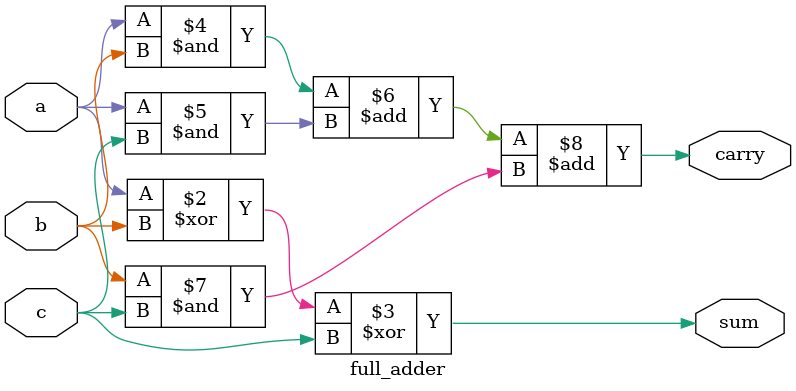
<source format=v>
`timescale 1ns / 1ps
module full_adder(a,b,c,sum,carry);
input a,b,c;
output reg sum,carry;
always@(a,b,c)
begin
	sum=a^b^c;
	carry=(a&b)+(a&c)+(b&c);
end
endmodule

</source>
